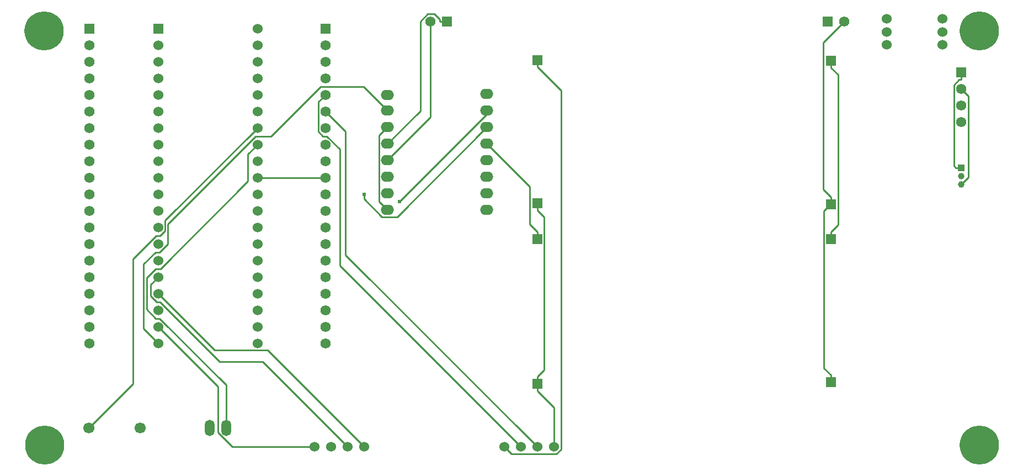
<source format=gbl>
G04 Layer: BottomLayer*
G04 EasyEDA v6.5.28, 2023-05-24 19:42:16*
G04 Gerber Generator version 0.2*
G04 Scale: 100 percent, Rotated: No, Reflected: No *
G04 Dimensions in millimeters *
G04 leading zeros omitted , absolute positions ,4 integer and 5 decimal *
%FSLAX45Y45*%
%MOMM*%

%ADD10C,0.2540*%
%ADD11C,6.0000*%
%ADD12C,1.4000*%
%ADD13C,1.7000*%
%ADD14C,1.5748*%
%ADD15R,1.5748X1.5748*%
%ADD16O,1.499997X2.4999949999999997*%
%ADD17C,1.5240*%
%ADD18R,1.5240X1.5240*%
%ADD19O,1.9999959999999999X1.5400019999999999*%
%ADD20R,1.0000X1.0000*%
%ADD21C,1.0000*%
%ADD22C,0.6096*%
%ADD23C,0.0180*%

%LPD*%
D10*
X5727700Y5130797D02*
G01*
X5359400Y5499097D01*
X4699025Y5499097D01*
X3937025Y4737097D01*
X3701846Y4737097D01*
X2355367Y3390618D01*
X2355367Y3083024D01*
X2231440Y2959097D01*
X2168448Y2959097D01*
X1987854Y2778503D01*
X1987854Y1784042D01*
X2209800Y1562097D01*
X8026400Y3162297D02*
G01*
X8026400Y3269002D01*
X7251700Y4622797D02*
G01*
X7907604Y3966893D01*
X7907604Y3387798D01*
X8026400Y3269002D01*
X12534900Y965197D02*
G01*
X12534900Y1071902D01*
X12534900Y3696637D02*
G01*
X12428067Y3589804D01*
X12428067Y1178735D01*
X12534900Y1071902D01*
X12534900Y3749062D02*
G01*
X12534900Y3802402D01*
X12534900Y3695697D02*
G01*
X12534900Y3696637D01*
X12534900Y3749062D02*
G01*
X12534900Y3696637D01*
X2209800Y1816097D02*
G01*
X3124200Y901697D01*
X3124200Y196771D01*
X3346373Y-25402D01*
X4610100Y-25402D01*
X12738100Y6494777D02*
G01*
X12416205Y6172883D01*
X12416205Y3921097D01*
X12534900Y3802402D01*
X8026400Y3708397D02*
G01*
X8026400Y3601692D01*
X8026400Y939797D02*
G01*
X8026400Y1046502D01*
X8026400Y1046502D02*
G01*
X8133232Y1153335D01*
X8133232Y3494859D01*
X8026400Y3601692D01*
X8026400Y886457D02*
G01*
X8026400Y939797D01*
X8026400Y886457D02*
G01*
X8026400Y833092D01*
X5727700Y4876797D02*
G01*
X5597397Y4746495D01*
X5597397Y3737099D01*
X5727700Y3606797D01*
X8280400Y-25402D02*
G01*
X8280400Y579092D01*
X8026400Y833092D01*
X14529308Y4000497D02*
G01*
X14639290Y4110479D01*
X14639290Y5350507D01*
X14528800Y5460997D01*
X3251200Y266697D02*
G01*
X3251200Y924405D01*
X2232507Y1943097D01*
X2174443Y1943097D01*
X2035175Y2082365D01*
X2035175Y2567607D01*
X2172665Y2705097D01*
X2243378Y2705097D01*
X3584092Y4045811D01*
X3584092Y4460389D01*
X3733800Y4610097D01*
X12534900Y5892797D02*
G01*
X12534900Y5786092D01*
X12534900Y3162297D02*
G01*
X12534900Y3269002D01*
X12534900Y3269002D02*
G01*
X12641732Y3375835D01*
X12641732Y5679259D01*
X12534900Y5786092D01*
X8026400Y5905497D02*
G01*
X8026400Y5798792D01*
X8026400Y5798792D02*
G01*
X8391143Y5434048D01*
X8391143Y-64874D01*
X8318500Y-137518D01*
X7630515Y-137518D01*
X7518400Y-25402D01*
X14528800Y5714997D02*
G01*
X14528800Y5608292D01*
X14529308Y4254497D02*
G01*
X14451355Y4254497D01*
X14451355Y4254497D02*
G01*
X14418411Y4287441D01*
X14418411Y5524573D01*
X14502129Y5608292D01*
X14528800Y5608292D01*
X7772400Y-25402D02*
G01*
X4995290Y2751706D01*
X4995290Y4541339D01*
X4799533Y4737097D01*
X4735195Y4737097D01*
X4666640Y4805652D01*
X4666640Y5263537D01*
X4775200Y5372097D01*
X8026400Y-25402D02*
G01*
X5087670Y2913326D01*
X5087670Y4805626D01*
X4775200Y5118097D01*
X7251700Y4876797D02*
G01*
X5876036Y3501133D01*
X5644337Y3501133D01*
X5367654Y3777815D01*
X5367654Y3846421D01*
X7251700Y5130797D02*
G01*
X7251700Y5069456D01*
X5917234Y3734991D01*
X5118100Y-25402D02*
G01*
X3812235Y1280462D01*
X3150971Y1280462D01*
X2240432Y2191001D01*
X2191004Y2191001D01*
X2092807Y2289197D01*
X2092807Y2461105D01*
X2209800Y2578097D01*
X5372100Y-25402D02*
G01*
X3891127Y1455569D01*
X3078327Y1455569D01*
X2209800Y2324097D01*
X3733800Y4864097D02*
G01*
X2314575Y3444872D01*
X2314575Y3288840D01*
X2238832Y3213097D01*
X2179269Y3213097D01*
X1823923Y2857751D01*
X1823923Y943582D01*
X1147038Y266697D01*
X5727700Y4368797D02*
G01*
X6388100Y5029197D01*
X6388100Y6497317D01*
X6642100Y6497317D02*
G01*
X6535394Y6497317D01*
X5727700Y4622797D02*
G01*
X6230797Y5125895D01*
X6230797Y6496911D01*
X6346850Y6612963D01*
X6446418Y6612963D01*
X6535394Y6523987D01*
X6535394Y6497317D01*
X3733800Y4102097D02*
G01*
X4775200Y4102097D01*
D11*
G01*
X457200Y6350000D03*
D12*
G01*
X457200Y6579996D03*
G01*
X457200Y6120003D03*
G01*
X227203Y6350000D03*
G01*
X687196Y6350000D03*
G01*
X619912Y6512687D03*
G01*
X294512Y6187287D03*
G01*
X619912Y6187287D03*
G01*
X294512Y6512687D03*
D11*
G01*
X469900Y0D03*
D12*
G01*
X469900Y229996D03*
G01*
X469900Y-229996D03*
G01*
X239903Y0D03*
G01*
X699896Y0D03*
G01*
X632612Y162687D03*
G01*
X307212Y-162712D03*
G01*
X632612Y-162712D03*
G01*
X307212Y162687D03*
D11*
G01*
X14808200Y6350000D03*
D12*
G01*
X14808200Y6579996D03*
G01*
X14808200Y6120003D03*
G01*
X14578202Y6350000D03*
G01*
X15038197Y6350000D03*
G01*
X14970912Y6512687D03*
G01*
X14645513Y6187287D03*
G01*
X14970912Y6187287D03*
G01*
X14645513Y6512687D03*
D11*
G01*
X14808200Y0D03*
D12*
G01*
X14808200Y229996D03*
G01*
X14808200Y-229996D03*
G01*
X14578202Y0D03*
G01*
X15038197Y0D03*
G01*
X14970912Y162687D03*
G01*
X14645513Y-162712D03*
G01*
X14970912Y-162712D03*
G01*
X14645513Y162687D03*
D13*
G01*
X1147038Y266700D03*
G01*
X1937004Y266700D03*
D14*
G01*
X1155700Y1562100D03*
G01*
X1155700Y1816100D03*
G01*
X1155700Y2070100D03*
G01*
X1155700Y2324100D03*
G01*
X1155700Y2578100D03*
G01*
X1155700Y2832100D03*
G01*
X1155700Y3086100D03*
G01*
X1155700Y3340100D03*
G01*
X1155700Y3594100D03*
G01*
X1155700Y3848100D03*
G01*
X1155700Y4102100D03*
G01*
X1155700Y4356100D03*
G01*
X1155700Y4610100D03*
G01*
X1155700Y4864100D03*
G01*
X1155700Y5118100D03*
G01*
X1155700Y5372100D03*
G01*
X1155700Y5626100D03*
G01*
X1155700Y5880100D03*
G01*
X1155700Y6134100D03*
D15*
G01*
X1155700Y6388100D03*
D14*
G01*
X4775200Y1562100D03*
G01*
X4775200Y1816100D03*
G01*
X4775200Y2070100D03*
G01*
X4775200Y2324100D03*
G01*
X4775200Y2578100D03*
G01*
X4775200Y2832100D03*
G01*
X4775200Y3086100D03*
G01*
X4775200Y3340100D03*
G01*
X4775200Y3594100D03*
G01*
X4775200Y3848100D03*
G01*
X4775200Y4102100D03*
G01*
X4775200Y4356100D03*
G01*
X4775200Y4610100D03*
G01*
X4775200Y4864100D03*
G01*
X4775200Y5118100D03*
G01*
X4775200Y5372100D03*
G01*
X4775200Y5626100D03*
G01*
X4775200Y5880100D03*
G01*
X4775200Y6134100D03*
D15*
G01*
X4775200Y6388100D03*
G01*
X12484100Y6494779D03*
D14*
G01*
X12738100Y6494779D03*
D15*
G01*
X6642100Y6497320D03*
D14*
G01*
X6388100Y6497320D03*
D15*
G01*
X14528800Y5715000D03*
D14*
G01*
X14528800Y5461000D03*
G01*
X14528800Y5207000D03*
G01*
X14528800Y4953000D03*
D15*
G01*
X12534900Y5892800D03*
G01*
X12534900Y3695700D03*
G01*
X8026400Y5905500D03*
G01*
X8026400Y3708400D03*
G01*
X8026400Y939800D03*
G01*
X8026400Y3162300D03*
G01*
X12534900Y965200D03*
G01*
X12534900Y3162300D03*
D16*
G01*
X3251200Y266700D03*
G01*
X2997200Y266700D03*
D17*
G01*
X13392607Y6537299D03*
G01*
X13392607Y6337300D03*
G01*
X13392607Y6137300D03*
G01*
X14242592Y6537274D03*
G01*
X14242592Y6337274D03*
G01*
X14242592Y6137275D03*
G01*
X2209800Y4102100D03*
G01*
X2209800Y2578100D03*
G01*
X2209800Y2832100D03*
G01*
X2209800Y3086100D03*
G01*
X2209800Y3340100D03*
G01*
X2209800Y3594100D03*
G01*
X2209800Y3848100D03*
G01*
X2209800Y4356100D03*
G01*
X2209800Y4610100D03*
G01*
X2209800Y4864100D03*
G01*
X2209800Y5118100D03*
G01*
X2209800Y5372100D03*
G01*
X2209800Y5626100D03*
G01*
X2209800Y5880100D03*
G01*
X2209800Y6134100D03*
D18*
G01*
X2209800Y6388100D03*
D17*
G01*
X2209800Y1562100D03*
G01*
X2209800Y1816100D03*
G01*
X2209800Y2070100D03*
G01*
X2209800Y2324100D03*
G01*
X3733800Y4102100D03*
G01*
X3733800Y2578100D03*
G01*
X3733800Y2832100D03*
G01*
X3733800Y3086100D03*
G01*
X3733800Y3340100D03*
G01*
X3733800Y3594100D03*
G01*
X3733800Y3848100D03*
G01*
X3733800Y4356100D03*
G01*
X3733800Y4610100D03*
G01*
X3733800Y4864100D03*
G01*
X3733800Y5118100D03*
G01*
X3733800Y5372100D03*
G01*
X3733800Y5626100D03*
G01*
X3733800Y5880100D03*
G01*
X3733800Y6134100D03*
G01*
X3733800Y6388100D03*
G01*
X3733800Y1562100D03*
G01*
X3733800Y1816100D03*
G01*
X3733800Y2070100D03*
G01*
X3733800Y2324100D03*
D19*
G01*
X7251700Y5384800D03*
G01*
X7251700Y5130800D03*
G01*
X7251700Y4876800D03*
G01*
X7251700Y4622800D03*
G01*
X7251700Y4368800D03*
G01*
X7251700Y4114800D03*
G01*
X7251700Y3860800D03*
G01*
X7251700Y3606800D03*
G01*
X5727700Y5372100D03*
G01*
X5727700Y5130800D03*
G01*
X5727700Y4876800D03*
G01*
X5727700Y4622800D03*
G01*
X5727700Y4368800D03*
G01*
X5727700Y4114800D03*
G01*
X5727700Y3860800D03*
G01*
X5727700Y3606800D03*
D17*
G01*
X4610100Y-25400D03*
G01*
X4864100Y-25400D03*
G01*
X5118100Y-25400D03*
G01*
X5372100Y-25400D03*
G01*
X7518400Y-25400D03*
G01*
X7772400Y-25400D03*
G01*
X8026400Y-25400D03*
G01*
X8280400Y-25400D03*
D20*
G01*
X14529308Y4254500D03*
D21*
G01*
X14529308Y4127500D03*
G01*
X14529308Y4000500D03*
D22*
G01*
X5367654Y3846423D03*
G01*
X5917234Y3734993D03*
M02*

</source>
